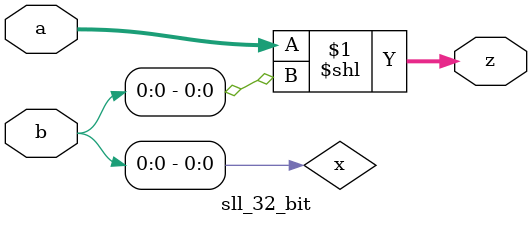
<source format=v>
`timescale 1ns / 1ps

 module sll_32_bit(a,b,z

    );
    input [31:0] a,b;
    output wire [31:0] z;
    
    wire x;
    
    assign x = b[0];
    
    assign z = a << x;

endmodule
</source>
